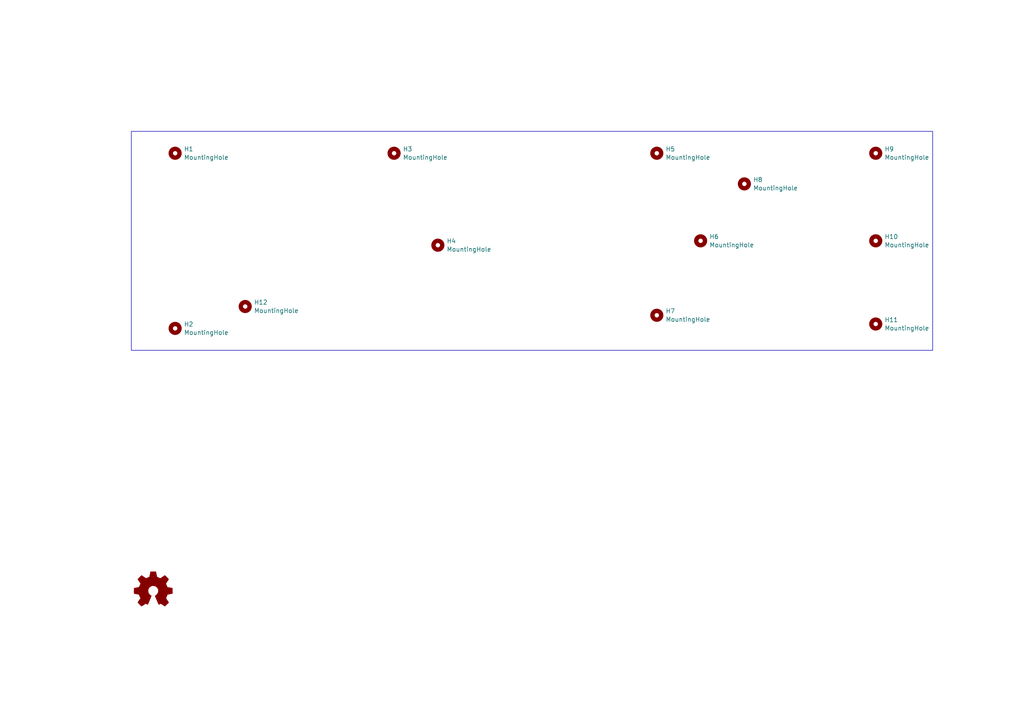
<source format=kicad_sch>
(kicad_sch (version 20230121) (generator eeschema)
  (paper "A4")
  (title_block (title "Design68 341-0001 ANSI") (date "2023-09-14") (rev "1.0") (company "lostwave") (comment 1 "https://github.com/demik/oldworld/blob/master/EDA/Design68/README.md"))
  (lib_symbols
    (symbol "Graphic:Logo_Open_Hardware_Small" (in_bom no) (on_board no)
      (symbol "Logo_Open_Hardware_Small_0_1"
        (polyline (pts (xy 3.3528 -4.3434) (xy 3.302 -4.318) (xy 3.175 -4.2418) (xy 2.9972 -4.1148) (xy 2.7686 -3.9624) (xy 2.54 -3.81) (xy 2.3622 -3.7084) (xy 2.2352 -3.6068) (xy 2.1844 -3.5814) (xy 2.159 -3.6068) (xy 2.0574 -3.6576) (xy 1.905 -3.7338) (xy 1.8034 -3.7846) (xy 1.6764 -3.8354) (xy 1.6002 -3.8354) (xy 1.6002 -3.8354) (xy 1.5494 -3.7338) (xy 1.4732 -3.5306) (xy 1.3462 -3.302) (xy 1.2446 -3.0226) (xy 1.1176 -2.7178) (xy 0.9652 -2.413) (xy 0.8636 -2.1082) (xy 0.7366 -1.8288) (xy 0.6604 -1.6256) (xy 0.6096 -1.4732) (xy 0.5842 -1.397) (xy 0.5842 -1.397) (xy 0.6604 -1.3208) (xy 0.7874 -1.2446) (xy 1.0414 -1.016) (xy 1.2954 -0.6858) (xy 1.4478 -0.3302) (xy 1.524 0.0762) (xy 1.4732 0.4572) (xy 1.3208 0.8128) (xy 1.0668 1.143) (xy 0.762 1.3716) (xy 0.4064 1.524) (xy 0 1.5748) (xy -0.381 1.5494) (xy -0.7366 1.397) (xy -1.0668 1.143) (xy -1.2192 0.9906) (xy -1.397 0.6604) (xy -1.524 0.3048) (xy -1.524 0.2286) (xy -1.4986 -0.1778) (xy -1.397 -0.5334) (xy -1.1938 -0.8636) (xy -0.9144 -1.143) (xy -0.8636 -1.1684) (xy -0.7366 -1.27) (xy -0.635 -1.3462) (xy -0.5842 -1.397) (xy -1.0668 -2.5908) (xy -1.143 -2.794) (xy -1.2954 -3.1242) (xy -1.397 -3.4036) (xy -1.4986 -3.6322) (xy -1.5748 -3.7846) (xy -1.6002 -3.8354) (xy -1.6002 -3.8354) (xy -1.651 -3.8354) (xy -1.7272 -3.81) (xy -1.905 -3.7338) (xy -2.0066 -3.683) (xy -2.1336 -3.6068) (xy -2.2098 -3.5814) (xy -2.2606 -3.6068) (xy -2.3622 -3.683) (xy -2.54 -3.81) (xy -2.7686 -3.9624) (xy -2.9718 -4.0894) (xy -3.1496 -4.2164) (xy -3.302 -4.318) (xy -3.3528 -4.3434) (xy -3.3782 -4.3434) (xy -3.429 -4.318) (xy -3.5306 -4.2164) (xy -3.7084 -4.064) (xy -3.937 -3.8354) (xy -3.9624 -3.81) (xy -4.1656 -3.6068) (xy -4.318 -3.4544) (xy -4.4196 -3.3274) (xy -4.445 -3.2766) (xy -4.445 -3.2766) (xy -4.4196 -3.2258) (xy -4.318 -3.0734) (xy -4.2164 -2.8956) (xy -4.064 -2.667) (xy -3.6576 -2.0828) (xy -3.8862 -1.5494) (xy -3.937 -1.3716) (xy -4.0386 -1.1684) (xy -4.0894 -1.0414) (xy -4.1148 -0.9652) (xy -4.191 -0.9398) (xy -4.318 -0.9144) (xy -4.5466 -0.8636) (xy -4.8006 -0.8128) (xy -5.0546 -0.7874) (xy -5.2578 -0.7366) (xy -5.4356 -0.7112) (xy -5.5118 -0.6858) (xy -5.5118 -0.6858) (xy -5.5372 -0.635) (xy -5.5372 -0.5588) (xy -5.5372 -0.4318) (xy -5.5626 -0.2286) (xy -5.5626 0.0762) (xy -5.5626 0.127) (xy -5.5372 0.4064) (xy -5.5372 0.635) (xy -5.5372 0.762) (xy -5.5372 0.8382) (xy -5.5372 0.8382) (xy -5.461 0.8382) (xy -5.3086 0.889) (xy -5.08 0.9144) (xy -4.826 0.9652) (xy -4.8006 0.9906) (xy -4.5466 1.0414) (xy -4.318 1.0668) (xy -4.1656 1.1176) (xy -4.0894 1.143) (xy -4.0894 1.143) (xy -4.0386 1.2446) (xy -3.9624 1.4224) (xy -3.8608 1.6256) (xy -3.7846 1.8288) (xy -3.7084 2.0066) (xy -3.6576 2.159) (xy -3.6322 2.2098) (xy -3.6322 2.2098) (xy -3.683 2.286) (xy -3.7592 2.413) (xy -3.8862 2.5908) (xy -4.064 2.8194) (xy -4.064 2.8448) (xy -4.2164 3.0734) (xy -4.3434 3.2512) (xy -4.4196 3.3782) (xy -4.445 3.4544) (xy -4.445 3.4544) (xy -4.3942 3.5052) (xy -4.2926 3.6322) (xy -4.1148 3.81) (xy -3.937 4.0132) (xy -3.8608 4.064) (xy -3.6576 4.2926) (xy -3.5052 4.4196) (xy -3.4036 4.4958) (xy -3.3528 4.5212) (xy -3.3528 4.5212) (xy -3.302 4.4704) (xy -3.1496 4.3688) (xy -2.9718 4.2418) (xy -2.7432 4.0894) (xy -2.7178 4.0894) (xy -2.4892 3.937) (xy -2.3114 3.81) (xy -2.1844 3.7084) (xy -2.1336 3.683) (xy -2.1082 3.683) (xy -2.032 3.7084) (xy -1.8542 3.7592) (xy -1.6764 3.8354) (xy -1.4732 3.937) (xy -1.27 4.0132) (xy -1.143 4.064) (xy -1.0668 4.1148) (xy -1.0668 4.1148) (xy -1.0414 4.191) (xy -1.016 4.3434) (xy -0.9652 4.572) (xy -0.9144 4.8514) (xy -0.889 4.9022) (xy -0.8382 5.1562) (xy -0.8128 5.3848) (xy -0.7874 5.5372) (xy -0.762 5.588) (xy -0.7112 5.6134) (xy -0.5842 5.6134) (xy -0.4064 5.6134) (xy -0.1524 5.6134) (xy 0.0762 5.6134) (xy 0.3302 5.6134) (xy 0.5334 5.6134) (xy 0.6858 5.588) (xy 0.7366 5.588) (xy 0.7366 5.588) (xy 0.762 5.5118) (xy 0.8128 5.334) (xy 0.8382 5.1054) (xy 0.9144 4.826) (xy 0.9144 4.7752) (xy 0.9652 4.5212) (xy 1.016 4.2926) (xy 1.0414 4.1402) (xy 1.0668 4.0894) (xy 1.0668 4.0894) (xy 1.1938 4.0386) (xy 1.3716 3.9624) (xy 1.5748 3.8608) (xy 2.0828 3.6576) (xy 2.7178 4.0894) (xy 2.7686 4.1402) (xy 2.9972 4.2926) (xy 3.175 4.4196) (xy 3.302 4.4958) (xy 3.3782 4.5212) (xy 3.3782 4.5212) (xy 3.429 4.4704) (xy 3.556 4.3434) (xy 3.7338 4.191) (xy 3.9116 3.9878) (xy 4.064 3.8354) (xy 4.2418 3.6576) (xy 4.3434 3.556) (xy 4.4196 3.4798) (xy 4.4196 3.429) (xy 4.4196 3.4036) (xy 4.3942 3.3274) (xy 4.2926 3.2004) (xy 4.1656 2.9972) (xy 4.0132 2.794) (xy 3.8862 2.5908) (xy 3.7592 2.3876) (xy 3.6576 2.2352) (xy 3.6322 2.159) (xy 3.6322 2.1336) (xy 3.683 2.0066) (xy 3.7592 1.8288) (xy 3.8608 1.6002) (xy 4.064 1.1176) (xy 4.3942 1.0414) (xy 4.5974 1.016) (xy 4.8768 0.9652) (xy 5.1308 0.9144) (xy 5.5372 0.8382) (xy 5.5626 -0.6604) (xy 5.4864 -0.6858) (xy 5.4356 -0.6858) (xy 5.2832 -0.7366) (xy 5.0546 -0.762) (xy 4.8006 -0.8128) (xy 4.5974 -0.8636) (xy 4.3688 -0.9144) (xy 4.2164 -0.9398) (xy 4.1402 -0.9398) (xy 4.1148 -0.9652) (xy 4.064 -1.0668) (xy 3.9878 -1.2446) (xy 3.9116 -1.4478) (xy 3.81 -1.651) (xy 3.7338 -1.8542) (xy 3.683 -2.0066) (xy 3.6576 -2.0828) (xy 3.683 -2.1336) (xy 3.7846 -2.2606) (xy 3.8862 -2.4638) (xy 4.0386 -2.667) (xy 4.191 -2.8956) (xy 4.318 -3.0734) (xy 4.3942 -3.2004) (xy 4.445 -3.2766) (xy 4.4196 -3.3274) (xy 4.3434 -3.429) (xy 4.1656 -3.5814) (xy 3.937 -3.8354) (xy 3.8862 -3.8608) (xy 3.683 -4.064) (xy 3.5306 -4.2164) (xy 3.4036 -4.318) (xy 3.3528 -4.3434)) (fill (type outline)))
      )
    )
    (symbol "Mechanical:MountingHole" (pin_names (offset 1.016))
      (property "Reference" "H" (at 0 5.08 0))
      (property "Value" "MountingHole" (at 0 3.175 0))
      (symbol "MountingHole_0_1"
        (circle (center 0 0) (radius 1.27) (stroke (width 1.27)))
      )
    )
  )
  (rectangle (start 38.1 38.1) (end 270.51 101.6))
  (symbol (lib_id "Mechanical:MountingHole") (at 50.8 44.45 0) (unit 1)
    (property "Reference" "H1" (at 53.34 43.2379 0) (effects (justify left)))
    (property "Value" "MountingHole" (at 53.34 45.6621 0) (effects (justify left)))
    (property "Footprint" "MountingHole:MountingHole_5.5mm" (effects hide))
  )
  (symbol (lib_id "Graphic:Logo_Open_Hardware_Small") (at 44.45 171.45 0) (unit 1) (in_bom no) (on_board no)
    (property "Reference" "#SYM1" (effects hide))
    (property "Value" "Logo_Open_Hardware_Small" (effects hide))
    (property "Sim.Enable" "0" (effects hide))
  )
  (symbol (lib_id "Mechanical:MountingHole") (at 254 44.45 0) (unit 1)
    (property "Reference" "H9" (at 256.54 43.2379 0) (effects (justify left)))
    (property "Value" "MountingHole" (at 256.54 45.6621 0) (effects (justify left)))
    (property "Footprint" "MountingHole:MountingHole_5.5mm" (effects hide))
  )
  (symbol (lib_id "Mechanical:MountingHole") (at 254 69.85 0) (unit 1)
    (property "Reference" "H10" (at 256.54 68.6379 0) (effects (justify left)))
    (property "Value" "MountingHole" (at 256.54 71.0621 0) (effects (justify left)))
    (property "Footprint" "MountingHole:MountingHole_5.5mm" (effects hide))
  )
  (symbol (lib_id "Mechanical:MountingHole") (at 71.12 88.9 0) (unit 1)
    (property "Reference" "H12" (at 73.66 87.6879 0) (effects (justify left)))
    (property "Value" "MountingHole" (at 73.66 90.1121 0) (effects (justify left)))
    (property "Footprint" "MountingHole:MountingHole_5.5mm" (effects hide))
  )
  (symbol (lib_id "Mechanical:MountingHole") (at 203.2 69.85 0) (unit 1)
    (property "Reference" "H6" (at 205.74 68.6379 0) (effects (justify left)))
    (property "Value" "MountingHole" (at 205.74 71.0621 0) (effects (justify left)))
    (property "Footprint" "MountingHole:MountingHole_5.5mm" (effects hide))
  )
  (symbol (lib_id "Mechanical:MountingHole") (at 215.9 53.34 0) (unit 1)
    (property "Reference" "H8" (at 218.44 52.1279 0) (effects (justify left)))
    (property "Value" "MountingHole" (at 218.44 54.5521 0) (effects (justify left)))
    (property "Footprint" "MountingHole:MountingHole_5.5mm" (effects hide))
  )
  (symbol (lib_id "Mechanical:MountingHole") (at 190.5 91.44 0) (unit 1)
    (property "Reference" "H7" (at 193.04 90.2279 0) (effects (justify left)))
    (property "Value" "MountingHole" (at 193.04 92.6521 0) (effects (justify left)))
    (property "Footprint" "MountingHole:MountingHole_5.5mm" (effects hide))
  )
  (symbol (lib_id "Mechanical:MountingHole") (at 190.5 44.45 0) (unit 1)
    (property "Reference" "H5" (at 193.04 43.2379 0) (effects (justify left)))
    (property "Value" "MountingHole" (at 193.04 45.6621 0) (effects (justify left)))
    (property "Footprint" "MountingHole:MountingHole_5.5mm" (effects hide))
  )
  (symbol (lib_id "Mechanical:MountingHole") (at 254 93.98 0) (unit 1)
    (property "Reference" "H11" (at 256.54 92.7679 0) (effects (justify left)))
    (property "Value" "MountingHole" (at 256.54 95.1921 0) (effects (justify left)))
    (property "Footprint" "MountingHole:MountingHole_5.5mm" (effects hide))
  )
  (symbol (lib_id "Mechanical:MountingHole") (at 50.8 95.25 0) (unit 1)
    (property "Reference" "H2" (at 53.34 94.0379 0) (effects (justify left)))
    (property "Value" "MountingHole" (at 53.34 96.4621 0) (effects (justify left)))
    (property "Footprint" "MountingHole:MountingHole_5.5mm" (effects hide))
  )
  (symbol (lib_id "Mechanical:MountingHole") (at 127 71.12 0) (unit 1)
    (property "Reference" "H4" (at 129.54 69.9079 0) (effects (justify left)))
    (property "Value" "MountingHole" (at 129.54 72.3321 0) (effects (justify left)))
    (property "Footprint" "MountingHole:MountingHole_5.5mm" (effects hide))
  )
  (symbol (lib_id "Mechanical:MountingHole") (at 114.3 44.45 0) (unit 1)
    (property "Reference" "H3" (at 116.84 43.2379 0) (effects (justify left)))
    (property "Value" "MountingHole" (at 116.84 45.6621 0) (effects (justify left)))
    (property "Footprint" "MountingHole:MountingHole_5.5mm" (effects hide))
  )
)
</source>
